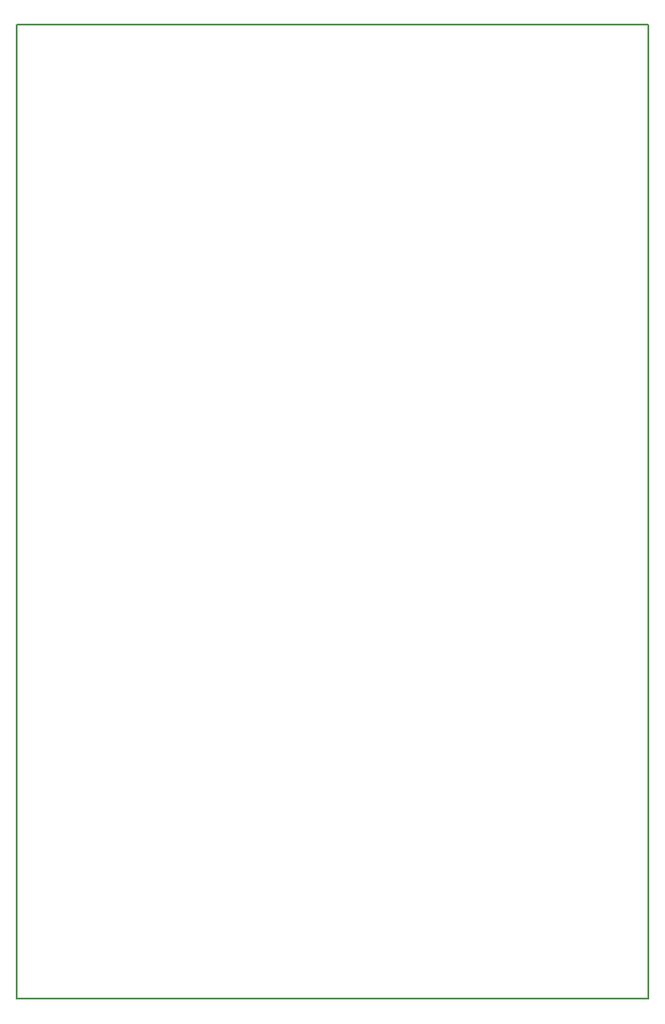
<source format=gm1>
G04 #@! TF.GenerationSoftware,KiCad,Pcbnew,(5.0.0-3-g5ebb6b6)*
G04 #@! TF.CreationDate,2018-10-17T11:41:57-07:00*
G04 #@! TF.ProjectId,PicoPSU,5069636F5053552E6B696361645F7063,rev?*
G04 #@! TF.SameCoordinates,Original*
G04 #@! TF.FileFunction,Profile,NP*
%FSLAX46Y46*%
G04 Gerber Fmt 4.6, Leading zero omitted, Abs format (unit mm)*
G04 Created by KiCad (PCBNEW (5.0.0-3-g5ebb6b6)) date Wednesday, October 17, 2018 at 11:41:57 AM*
%MOMM*%
%LPD*%
G01*
G04 APERTURE LIST*
%ADD10C,0.150000*%
G04 APERTURE END LIST*
D10*
X111000000Y-50000000D02*
X111000000Y-144000000D01*
X50000000Y-50000000D02*
X50000000Y-144000000D01*
X50000000Y-144000000D02*
X111000000Y-144000000D01*
X50000000Y-50000000D02*
X111000000Y-50000000D01*
M02*

</source>
